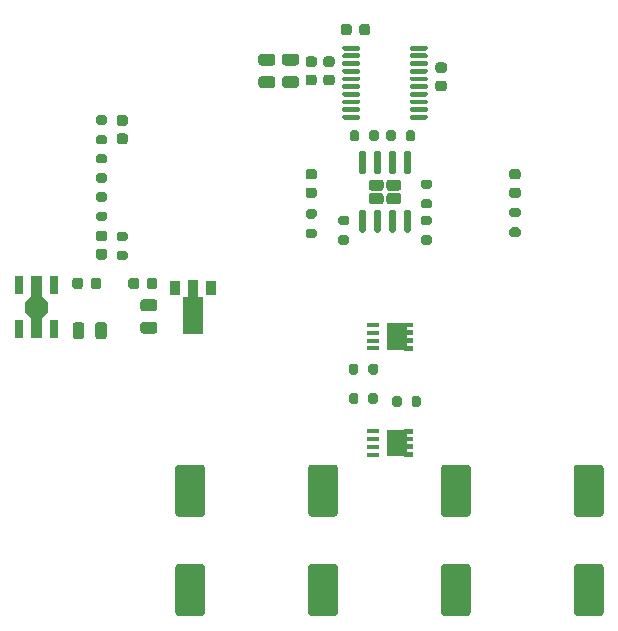
<source format=gbr>
%TF.GenerationSoftware,KiCad,Pcbnew,5.1.10-88a1d61d58~88~ubuntu20.04.1*%
%TF.CreationDate,2021-05-12T04:56:06+02:00*%
%TF.ProjectId,halfVoltageMosfetBoard,68616c66-566f-46c7-9461-67654d6f7366,rev?*%
%TF.SameCoordinates,Original*%
%TF.FileFunction,Paste,Top*%
%TF.FilePolarity,Positive*%
%FSLAX46Y46*%
G04 Gerber Fmt 4.6, Leading zero omitted, Abs format (unit mm)*
G04 Created by KiCad (PCBNEW 5.1.10-88a1d61d58~88~ubuntu20.04.1) date 2021-05-12 04:56:06*
%MOMM*%
%LPD*%
G01*
G04 APERTURE LIST*
%ADD10C,0.100000*%
%ADD11R,0.990000X0.405000*%
%ADD12R,0.900000X1.300000*%
%ADD13R,0.700000X1.500000*%
G04 APERTURE END LIST*
%TO.C,C2*%
G36*
G01*
X140450000Y-112225000D02*
X140450000Y-111275000D01*
G75*
G02*
X140700000Y-111025000I250000J0D01*
G01*
X141200000Y-111025000D01*
G75*
G02*
X141450000Y-111275000I0J-250000D01*
G01*
X141450000Y-112225000D01*
G75*
G02*
X141200000Y-112475000I-250000J0D01*
G01*
X140700000Y-112475000D01*
G75*
G02*
X140450000Y-112225000I0J250000D01*
G01*
G37*
G36*
G01*
X138550000Y-112225000D02*
X138550000Y-111275000D01*
G75*
G02*
X138800000Y-111025000I250000J0D01*
G01*
X139300000Y-111025000D01*
G75*
G02*
X139550000Y-111275000I0J-250000D01*
G01*
X139550000Y-112225000D01*
G75*
G02*
X139300000Y-112475000I-250000J0D01*
G01*
X138800000Y-112475000D01*
G75*
G02*
X138550000Y-112225000I0J250000D01*
G01*
G37*
%TD*%
%TO.C,C3*%
G36*
G01*
X144525000Y-111000000D02*
X145475000Y-111000000D01*
G75*
G02*
X145725000Y-111250000I0J-250000D01*
G01*
X145725000Y-111750000D01*
G75*
G02*
X145475000Y-112000000I-250000J0D01*
G01*
X144525000Y-112000000D01*
G75*
G02*
X144275000Y-111750000I0J250000D01*
G01*
X144275000Y-111250000D01*
G75*
G02*
X144525000Y-111000000I250000J0D01*
G01*
G37*
G36*
G01*
X144525000Y-109100000D02*
X145475000Y-109100000D01*
G75*
G02*
X145725000Y-109350000I0J-250000D01*
G01*
X145725000Y-109850000D01*
G75*
G02*
X145475000Y-110100000I-250000J0D01*
G01*
X144525000Y-110100000D01*
G75*
G02*
X144275000Y-109850000I0J250000D01*
G01*
X144275000Y-109350000D01*
G75*
G02*
X144525000Y-109100000I250000J0D01*
G01*
G37*
%TD*%
%TO.C,C6*%
G36*
G01*
X155475000Y-89300000D02*
X154525000Y-89300000D01*
G75*
G02*
X154275000Y-89050000I0J250000D01*
G01*
X154275000Y-88550000D01*
G75*
G02*
X154525000Y-88300000I250000J0D01*
G01*
X155475000Y-88300000D01*
G75*
G02*
X155725000Y-88550000I0J-250000D01*
G01*
X155725000Y-89050000D01*
G75*
G02*
X155475000Y-89300000I-250000J0D01*
G01*
G37*
G36*
G01*
X155475000Y-91200000D02*
X154525000Y-91200000D01*
G75*
G02*
X154275000Y-90950000I0J250000D01*
G01*
X154275000Y-90450000D01*
G75*
G02*
X154525000Y-90200000I250000J0D01*
G01*
X155475000Y-90200000D01*
G75*
G02*
X155725000Y-90450000I0J-250000D01*
G01*
X155725000Y-90950000D01*
G75*
G02*
X155475000Y-91200000I-250000J0D01*
G01*
G37*
%TD*%
%TO.C,C11*%
G36*
G01*
X157475000Y-89300000D02*
X156525000Y-89300000D01*
G75*
G02*
X156275000Y-89050000I0J250000D01*
G01*
X156275000Y-88550000D01*
G75*
G02*
X156525000Y-88300000I250000J0D01*
G01*
X157475000Y-88300000D01*
G75*
G02*
X157725000Y-88550000I0J-250000D01*
G01*
X157725000Y-89050000D01*
G75*
G02*
X157475000Y-89300000I-250000J0D01*
G01*
G37*
G36*
G01*
X157475000Y-91200000D02*
X156525000Y-91200000D01*
G75*
G02*
X156275000Y-90950000I0J250000D01*
G01*
X156275000Y-90450000D01*
G75*
G02*
X156525000Y-90200000I250000J0D01*
G01*
X157475000Y-90200000D01*
G75*
G02*
X157725000Y-90450000I0J-250000D01*
G01*
X157725000Y-90950000D01*
G75*
G02*
X157475000Y-91200000I-250000J0D01*
G01*
G37*
%TD*%
%TO.C,C15*%
G36*
G01*
X149500000Y-127500000D02*
X147500000Y-127500000D01*
G75*
G02*
X147250000Y-127250000I0J250000D01*
G01*
X147250000Y-123350000D01*
G75*
G02*
X147500000Y-123100000I250000J0D01*
G01*
X149500000Y-123100000D01*
G75*
G02*
X149750000Y-123350000I0J-250000D01*
G01*
X149750000Y-127250000D01*
G75*
G02*
X149500000Y-127500000I-250000J0D01*
G01*
G37*
G36*
G01*
X149500000Y-135900000D02*
X147500000Y-135900000D01*
G75*
G02*
X147250000Y-135650000I0J250000D01*
G01*
X147250000Y-131750000D01*
G75*
G02*
X147500000Y-131500000I250000J0D01*
G01*
X149500000Y-131500000D01*
G75*
G02*
X149750000Y-131750000I0J-250000D01*
G01*
X149750000Y-135650000D01*
G75*
G02*
X149500000Y-135900000I-250000J0D01*
G01*
G37*
%TD*%
%TO.C,C16*%
G36*
G01*
X183250000Y-127500000D02*
X181250000Y-127500000D01*
G75*
G02*
X181000000Y-127250000I0J250000D01*
G01*
X181000000Y-123350000D01*
G75*
G02*
X181250000Y-123100000I250000J0D01*
G01*
X183250000Y-123100000D01*
G75*
G02*
X183500000Y-123350000I0J-250000D01*
G01*
X183500000Y-127250000D01*
G75*
G02*
X183250000Y-127500000I-250000J0D01*
G01*
G37*
G36*
G01*
X183250000Y-135900000D02*
X181250000Y-135900000D01*
G75*
G02*
X181000000Y-135650000I0J250000D01*
G01*
X181000000Y-131750000D01*
G75*
G02*
X181250000Y-131500000I250000J0D01*
G01*
X183250000Y-131500000D01*
G75*
G02*
X183500000Y-131750000I0J-250000D01*
G01*
X183500000Y-135650000D01*
G75*
G02*
X183250000Y-135900000I-250000J0D01*
G01*
G37*
%TD*%
%TO.C,C17*%
G36*
G01*
X172000000Y-127500000D02*
X170000000Y-127500000D01*
G75*
G02*
X169750000Y-127250000I0J250000D01*
G01*
X169750000Y-123350000D01*
G75*
G02*
X170000000Y-123100000I250000J0D01*
G01*
X172000000Y-123100000D01*
G75*
G02*
X172250000Y-123350000I0J-250000D01*
G01*
X172250000Y-127250000D01*
G75*
G02*
X172000000Y-127500000I-250000J0D01*
G01*
G37*
G36*
G01*
X172000000Y-135900000D02*
X170000000Y-135900000D01*
G75*
G02*
X169750000Y-135650000I0J250000D01*
G01*
X169750000Y-131750000D01*
G75*
G02*
X170000000Y-131500000I250000J0D01*
G01*
X172000000Y-131500000D01*
G75*
G02*
X172250000Y-131750000I0J-250000D01*
G01*
X172250000Y-135650000D01*
G75*
G02*
X172000000Y-135900000I-250000J0D01*
G01*
G37*
%TD*%
%TO.C,C18*%
G36*
G01*
X160750000Y-127500000D02*
X158750000Y-127500000D01*
G75*
G02*
X158500000Y-127250000I0J250000D01*
G01*
X158500000Y-123350000D01*
G75*
G02*
X158750000Y-123100000I250000J0D01*
G01*
X160750000Y-123100000D01*
G75*
G02*
X161000000Y-123350000I0J-250000D01*
G01*
X161000000Y-127250000D01*
G75*
G02*
X160750000Y-127500000I-250000J0D01*
G01*
G37*
G36*
G01*
X160750000Y-135900000D02*
X158750000Y-135900000D01*
G75*
G02*
X158500000Y-135650000I0J250000D01*
G01*
X158500000Y-131750000D01*
G75*
G02*
X158750000Y-131500000I250000J0D01*
G01*
X160750000Y-131500000D01*
G75*
G02*
X161000000Y-131750000I0J-250000D01*
G01*
X161000000Y-135650000D01*
G75*
G02*
X160750000Y-135900000I-250000J0D01*
G01*
G37*
%TD*%
%TO.C,D1*%
G36*
G01*
X176256250Y-98937500D02*
X175743750Y-98937500D01*
G75*
G02*
X175525000Y-98718750I0J218750D01*
G01*
X175525000Y-98281250D01*
G75*
G02*
X175743750Y-98062500I218750J0D01*
G01*
X176256250Y-98062500D01*
G75*
G02*
X176475000Y-98281250I0J-218750D01*
G01*
X176475000Y-98718750D01*
G75*
G02*
X176256250Y-98937500I-218750J0D01*
G01*
G37*
G36*
G01*
X176256250Y-100512500D02*
X175743750Y-100512500D01*
G75*
G02*
X175525000Y-100293750I0J218750D01*
G01*
X175525000Y-99856250D01*
G75*
G02*
X175743750Y-99637500I218750J0D01*
G01*
X176256250Y-99637500D01*
G75*
G02*
X176475000Y-99856250I0J-218750D01*
G01*
X176475000Y-100293750D01*
G75*
G02*
X176256250Y-100512500I-218750J0D01*
G01*
G37*
%TD*%
%TO.C,D2*%
G36*
G01*
X159006250Y-98937500D02*
X158493750Y-98937500D01*
G75*
G02*
X158275000Y-98718750I0J218750D01*
G01*
X158275000Y-98281250D01*
G75*
G02*
X158493750Y-98062500I218750J0D01*
G01*
X159006250Y-98062500D01*
G75*
G02*
X159225000Y-98281250I0J-218750D01*
G01*
X159225000Y-98718750D01*
G75*
G02*
X159006250Y-98937500I-218750J0D01*
G01*
G37*
G36*
G01*
X159006250Y-100512500D02*
X158493750Y-100512500D01*
G75*
G02*
X158275000Y-100293750I0J218750D01*
G01*
X158275000Y-99856250D01*
G75*
G02*
X158493750Y-99637500I218750J0D01*
G01*
X159006250Y-99637500D01*
G75*
G02*
X159225000Y-99856250I0J-218750D01*
G01*
X159225000Y-100293750D01*
G75*
G02*
X159006250Y-100512500I-218750J0D01*
G01*
G37*
%TD*%
D10*
%TO.C,Q1*%
G36*
X167372500Y-111462500D02*
G01*
X166862500Y-111462500D01*
X166862500Y-111717500D01*
X167372500Y-111717500D01*
X167372500Y-112122500D01*
X166862500Y-112122500D01*
X166862500Y-112377500D01*
X167372500Y-112377500D01*
X167372500Y-112782500D01*
X166862500Y-112782500D01*
X166862500Y-113037500D01*
X167372500Y-113037500D01*
X167372500Y-113445000D01*
X166612500Y-113445000D01*
X166612500Y-113367500D01*
X165137500Y-113367500D01*
X165137500Y-111132500D01*
X166612500Y-111132500D01*
X166612500Y-111055000D01*
X167372500Y-111055000D01*
X167372500Y-111462500D01*
G37*
D11*
X164007500Y-113240000D03*
X164007500Y-112580000D03*
X164007500Y-111920000D03*
X164007500Y-111260000D03*
%TD*%
D10*
%TO.C,Q2*%
G36*
X167372500Y-120462500D02*
G01*
X166862500Y-120462500D01*
X166862500Y-120717500D01*
X167372500Y-120717500D01*
X167372500Y-121122500D01*
X166862500Y-121122500D01*
X166862500Y-121377500D01*
X167372500Y-121377500D01*
X167372500Y-121782500D01*
X166862500Y-121782500D01*
X166862500Y-122037500D01*
X167372500Y-122037500D01*
X167372500Y-122445000D01*
X166612500Y-122445000D01*
X166612500Y-122367500D01*
X165137500Y-122367500D01*
X165137500Y-120132500D01*
X166612500Y-120132500D01*
X166612500Y-120055000D01*
X167372500Y-120055000D01*
X167372500Y-120462500D01*
G37*
D11*
X164007500Y-122240000D03*
X164007500Y-121580000D03*
X164007500Y-120920000D03*
X164007500Y-120260000D03*
%TD*%
%TO.C,R1*%
G36*
G01*
X140725000Y-101675000D02*
X141275000Y-101675000D01*
G75*
G02*
X141475000Y-101875000I0J-200000D01*
G01*
X141475000Y-102275000D01*
G75*
G02*
X141275000Y-102475000I-200000J0D01*
G01*
X140725000Y-102475000D01*
G75*
G02*
X140525000Y-102275000I0J200000D01*
G01*
X140525000Y-101875000D01*
G75*
G02*
X140725000Y-101675000I200000J0D01*
G01*
G37*
G36*
G01*
X140725000Y-100025000D02*
X141275000Y-100025000D01*
G75*
G02*
X141475000Y-100225000I0J-200000D01*
G01*
X141475000Y-100625000D01*
G75*
G02*
X141275000Y-100825000I-200000J0D01*
G01*
X140725000Y-100825000D01*
G75*
G02*
X140525000Y-100625000I0J200000D01*
G01*
X140525000Y-100225000D01*
G75*
G02*
X140725000Y-100025000I200000J0D01*
G01*
G37*
%TD*%
%TO.C,R2*%
G36*
G01*
X142475000Y-105000000D02*
X143025000Y-105000000D01*
G75*
G02*
X143225000Y-105200000I0J-200000D01*
G01*
X143225000Y-105600000D01*
G75*
G02*
X143025000Y-105800000I-200000J0D01*
G01*
X142475000Y-105800000D01*
G75*
G02*
X142275000Y-105600000I0J200000D01*
G01*
X142275000Y-105200000D01*
G75*
G02*
X142475000Y-105000000I200000J0D01*
G01*
G37*
G36*
G01*
X142475000Y-103350000D02*
X143025000Y-103350000D01*
G75*
G02*
X143225000Y-103550000I0J-200000D01*
G01*
X143225000Y-103950000D01*
G75*
G02*
X143025000Y-104150000I-200000J0D01*
G01*
X142475000Y-104150000D01*
G75*
G02*
X142275000Y-103950000I0J200000D01*
G01*
X142275000Y-103550000D01*
G75*
G02*
X142475000Y-103350000I200000J0D01*
G01*
G37*
%TD*%
%TO.C,R3*%
G36*
G01*
X141275000Y-97575000D02*
X140725000Y-97575000D01*
G75*
G02*
X140525000Y-97375000I0J200000D01*
G01*
X140525000Y-96975000D01*
G75*
G02*
X140725000Y-96775000I200000J0D01*
G01*
X141275000Y-96775000D01*
G75*
G02*
X141475000Y-96975000I0J-200000D01*
G01*
X141475000Y-97375000D01*
G75*
G02*
X141275000Y-97575000I-200000J0D01*
G01*
G37*
G36*
G01*
X141275000Y-99225000D02*
X140725000Y-99225000D01*
G75*
G02*
X140525000Y-99025000I0J200000D01*
G01*
X140525000Y-98625000D01*
G75*
G02*
X140725000Y-98425000I200000J0D01*
G01*
X141275000Y-98425000D01*
G75*
G02*
X141475000Y-98625000I0J-200000D01*
G01*
X141475000Y-99025000D01*
G75*
G02*
X141275000Y-99225000I-200000J0D01*
G01*
G37*
%TD*%
%TO.C,R4*%
G36*
G01*
X141275000Y-94325000D02*
X140725000Y-94325000D01*
G75*
G02*
X140525000Y-94125000I0J200000D01*
G01*
X140525000Y-93725000D01*
G75*
G02*
X140725000Y-93525000I200000J0D01*
G01*
X141275000Y-93525000D01*
G75*
G02*
X141475000Y-93725000I0J-200000D01*
G01*
X141475000Y-94125000D01*
G75*
G02*
X141275000Y-94325000I-200000J0D01*
G01*
G37*
G36*
G01*
X141275000Y-95975000D02*
X140725000Y-95975000D01*
G75*
G02*
X140525000Y-95775000I0J200000D01*
G01*
X140525000Y-95375000D01*
G75*
G02*
X140725000Y-95175000I200000J0D01*
G01*
X141275000Y-95175000D01*
G75*
G02*
X141475000Y-95375000I0J-200000D01*
G01*
X141475000Y-95775000D01*
G75*
G02*
X141275000Y-95975000I-200000J0D01*
G01*
G37*
%TD*%
%TO.C,R5*%
G36*
G01*
X168225000Y-100600000D02*
X168775000Y-100600000D01*
G75*
G02*
X168975000Y-100800000I0J-200000D01*
G01*
X168975000Y-101200000D01*
G75*
G02*
X168775000Y-101400000I-200000J0D01*
G01*
X168225000Y-101400000D01*
G75*
G02*
X168025000Y-101200000I0J200000D01*
G01*
X168025000Y-100800000D01*
G75*
G02*
X168225000Y-100600000I200000J0D01*
G01*
G37*
G36*
G01*
X168225000Y-98950000D02*
X168775000Y-98950000D01*
G75*
G02*
X168975000Y-99150000I0J-200000D01*
G01*
X168975000Y-99550000D01*
G75*
G02*
X168775000Y-99750000I-200000J0D01*
G01*
X168225000Y-99750000D01*
G75*
G02*
X168025000Y-99550000I0J200000D01*
G01*
X168025000Y-99150000D01*
G75*
G02*
X168225000Y-98950000I200000J0D01*
G01*
G37*
%TD*%
%TO.C,R6*%
G36*
G01*
X175725000Y-103000000D02*
X176275000Y-103000000D01*
G75*
G02*
X176475000Y-103200000I0J-200000D01*
G01*
X176475000Y-103600000D01*
G75*
G02*
X176275000Y-103800000I-200000J0D01*
G01*
X175725000Y-103800000D01*
G75*
G02*
X175525000Y-103600000I0J200000D01*
G01*
X175525000Y-103200000D01*
G75*
G02*
X175725000Y-103000000I200000J0D01*
G01*
G37*
G36*
G01*
X175725000Y-101350000D02*
X176275000Y-101350000D01*
G75*
G02*
X176475000Y-101550000I0J-200000D01*
G01*
X176475000Y-101950000D01*
G75*
G02*
X176275000Y-102150000I-200000J0D01*
G01*
X175725000Y-102150000D01*
G75*
G02*
X175525000Y-101950000I0J200000D01*
G01*
X175525000Y-101550000D01*
G75*
G02*
X175725000Y-101350000I200000J0D01*
G01*
G37*
%TD*%
%TO.C,R7*%
G36*
G01*
X158475000Y-103100000D02*
X159025000Y-103100000D01*
G75*
G02*
X159225000Y-103300000I0J-200000D01*
G01*
X159225000Y-103700000D01*
G75*
G02*
X159025000Y-103900000I-200000J0D01*
G01*
X158475000Y-103900000D01*
G75*
G02*
X158275000Y-103700000I0J200000D01*
G01*
X158275000Y-103300000D01*
G75*
G02*
X158475000Y-103100000I200000J0D01*
G01*
G37*
G36*
G01*
X158475000Y-101450000D02*
X159025000Y-101450000D01*
G75*
G02*
X159225000Y-101650000I0J-200000D01*
G01*
X159225000Y-102050000D01*
G75*
G02*
X159025000Y-102250000I-200000J0D01*
G01*
X158475000Y-102250000D01*
G75*
G02*
X158275000Y-102050000I0J200000D01*
G01*
X158275000Y-101650000D01*
G75*
G02*
X158475000Y-101450000I200000J0D01*
G01*
G37*
%TD*%
%TO.C,R8*%
G36*
G01*
X166750000Y-95525000D02*
X166750000Y-94975000D01*
G75*
G02*
X166950000Y-94775000I200000J0D01*
G01*
X167350000Y-94775000D01*
G75*
G02*
X167550000Y-94975000I0J-200000D01*
G01*
X167550000Y-95525000D01*
G75*
G02*
X167350000Y-95725000I-200000J0D01*
G01*
X166950000Y-95725000D01*
G75*
G02*
X166750000Y-95525000I0J200000D01*
G01*
G37*
G36*
G01*
X165100000Y-95525000D02*
X165100000Y-94975000D01*
G75*
G02*
X165300000Y-94775000I200000J0D01*
G01*
X165700000Y-94775000D01*
G75*
G02*
X165900000Y-94975000I0J-200000D01*
G01*
X165900000Y-95525000D01*
G75*
G02*
X165700000Y-95725000I-200000J0D01*
G01*
X165300000Y-95725000D01*
G75*
G02*
X165100000Y-95525000I0J200000D01*
G01*
G37*
%TD*%
%TO.C,R9*%
G36*
G01*
X162825000Y-94975000D02*
X162825000Y-95525000D01*
G75*
G02*
X162625000Y-95725000I-200000J0D01*
G01*
X162225000Y-95725000D01*
G75*
G02*
X162025000Y-95525000I0J200000D01*
G01*
X162025000Y-94975000D01*
G75*
G02*
X162225000Y-94775000I200000J0D01*
G01*
X162625000Y-94775000D01*
G75*
G02*
X162825000Y-94975000I0J-200000D01*
G01*
G37*
G36*
G01*
X164475000Y-94975000D02*
X164475000Y-95525000D01*
G75*
G02*
X164275000Y-95725000I-200000J0D01*
G01*
X163875000Y-95725000D01*
G75*
G02*
X163675000Y-95525000I0J200000D01*
G01*
X163675000Y-94975000D01*
G75*
G02*
X163875000Y-94775000I200000J0D01*
G01*
X164275000Y-94775000D01*
G75*
G02*
X164475000Y-94975000I0J-200000D01*
G01*
G37*
%TD*%
%TO.C,R10*%
G36*
G01*
X162750000Y-114725000D02*
X162750000Y-115275000D01*
G75*
G02*
X162550000Y-115475000I-200000J0D01*
G01*
X162150000Y-115475000D01*
G75*
G02*
X161950000Y-115275000I0J200000D01*
G01*
X161950000Y-114725000D01*
G75*
G02*
X162150000Y-114525000I200000J0D01*
G01*
X162550000Y-114525000D01*
G75*
G02*
X162750000Y-114725000I0J-200000D01*
G01*
G37*
G36*
G01*
X164400000Y-114725000D02*
X164400000Y-115275000D01*
G75*
G02*
X164200000Y-115475000I-200000J0D01*
G01*
X163800000Y-115475000D01*
G75*
G02*
X163600000Y-115275000I0J200000D01*
G01*
X163600000Y-114725000D01*
G75*
G02*
X163800000Y-114525000I200000J0D01*
G01*
X164200000Y-114525000D01*
G75*
G02*
X164400000Y-114725000I0J-200000D01*
G01*
G37*
%TD*%
%TO.C,R11*%
G36*
G01*
X163600000Y-117775000D02*
X163600000Y-117225000D01*
G75*
G02*
X163800000Y-117025000I200000J0D01*
G01*
X164200000Y-117025000D01*
G75*
G02*
X164400000Y-117225000I0J-200000D01*
G01*
X164400000Y-117775000D01*
G75*
G02*
X164200000Y-117975000I-200000J0D01*
G01*
X163800000Y-117975000D01*
G75*
G02*
X163600000Y-117775000I0J200000D01*
G01*
G37*
G36*
G01*
X161950000Y-117775000D02*
X161950000Y-117225000D01*
G75*
G02*
X162150000Y-117025000I200000J0D01*
G01*
X162550000Y-117025000D01*
G75*
G02*
X162750000Y-117225000I0J-200000D01*
G01*
X162750000Y-117775000D01*
G75*
G02*
X162550000Y-117975000I-200000J0D01*
G01*
X162150000Y-117975000D01*
G75*
G02*
X161950000Y-117775000I0J200000D01*
G01*
G37*
%TD*%
%TO.C,R12*%
G36*
G01*
X161225000Y-103675000D02*
X161775000Y-103675000D01*
G75*
G02*
X161975000Y-103875000I0J-200000D01*
G01*
X161975000Y-104275000D01*
G75*
G02*
X161775000Y-104475000I-200000J0D01*
G01*
X161225000Y-104475000D01*
G75*
G02*
X161025000Y-104275000I0J200000D01*
G01*
X161025000Y-103875000D01*
G75*
G02*
X161225000Y-103675000I200000J0D01*
G01*
G37*
G36*
G01*
X161225000Y-102025000D02*
X161775000Y-102025000D01*
G75*
G02*
X161975000Y-102225000I0J-200000D01*
G01*
X161975000Y-102625000D01*
G75*
G02*
X161775000Y-102825000I-200000J0D01*
G01*
X161225000Y-102825000D01*
G75*
G02*
X161025000Y-102625000I0J200000D01*
G01*
X161025000Y-102225000D01*
G75*
G02*
X161225000Y-102025000I200000J0D01*
G01*
G37*
%TD*%
%TO.C,R13*%
G36*
G01*
X168775000Y-102825000D02*
X168225000Y-102825000D01*
G75*
G02*
X168025000Y-102625000I0J200000D01*
G01*
X168025000Y-102225000D01*
G75*
G02*
X168225000Y-102025000I200000J0D01*
G01*
X168775000Y-102025000D01*
G75*
G02*
X168975000Y-102225000I0J-200000D01*
G01*
X168975000Y-102625000D01*
G75*
G02*
X168775000Y-102825000I-200000J0D01*
G01*
G37*
G36*
G01*
X168775000Y-104475000D02*
X168225000Y-104475000D01*
G75*
G02*
X168025000Y-104275000I0J200000D01*
G01*
X168025000Y-103875000D01*
G75*
G02*
X168225000Y-103675000I200000J0D01*
G01*
X168775000Y-103675000D01*
G75*
G02*
X168975000Y-103875000I0J-200000D01*
G01*
X168975000Y-104275000D01*
G75*
G02*
X168775000Y-104475000I-200000J0D01*
G01*
G37*
%TD*%
%TO.C,TH1*%
G36*
G01*
X167250000Y-118025000D02*
X167250000Y-117475000D01*
G75*
G02*
X167450000Y-117275000I200000J0D01*
G01*
X167850000Y-117275000D01*
G75*
G02*
X168050000Y-117475000I0J-200000D01*
G01*
X168050000Y-118025000D01*
G75*
G02*
X167850000Y-118225000I-200000J0D01*
G01*
X167450000Y-118225000D01*
G75*
G02*
X167250000Y-118025000I0J200000D01*
G01*
G37*
G36*
G01*
X165600000Y-118025000D02*
X165600000Y-117475000D01*
G75*
G02*
X165800000Y-117275000I200000J0D01*
G01*
X166200000Y-117275000D01*
G75*
G02*
X166400000Y-117475000I0J-200000D01*
G01*
X166400000Y-118025000D01*
G75*
G02*
X166200000Y-118225000I-200000J0D01*
G01*
X165800000Y-118225000D01*
G75*
G02*
X165600000Y-118025000I0J200000D01*
G01*
G37*
%TD*%
%TO.C,U1*%
G36*
G01*
X167125000Y-87925000D02*
X167125000Y-87725000D01*
G75*
G02*
X167225000Y-87625000I100000J0D01*
G01*
X168500000Y-87625000D01*
G75*
G02*
X168600000Y-87725000I0J-100000D01*
G01*
X168600000Y-87925000D01*
G75*
G02*
X168500000Y-88025000I-100000J0D01*
G01*
X167225000Y-88025000D01*
G75*
G02*
X167125000Y-87925000I0J100000D01*
G01*
G37*
G36*
G01*
X167125000Y-88575000D02*
X167125000Y-88375000D01*
G75*
G02*
X167225000Y-88275000I100000J0D01*
G01*
X168500000Y-88275000D01*
G75*
G02*
X168600000Y-88375000I0J-100000D01*
G01*
X168600000Y-88575000D01*
G75*
G02*
X168500000Y-88675000I-100000J0D01*
G01*
X167225000Y-88675000D01*
G75*
G02*
X167125000Y-88575000I0J100000D01*
G01*
G37*
G36*
G01*
X167125000Y-89225000D02*
X167125000Y-89025000D01*
G75*
G02*
X167225000Y-88925000I100000J0D01*
G01*
X168500000Y-88925000D01*
G75*
G02*
X168600000Y-89025000I0J-100000D01*
G01*
X168600000Y-89225000D01*
G75*
G02*
X168500000Y-89325000I-100000J0D01*
G01*
X167225000Y-89325000D01*
G75*
G02*
X167125000Y-89225000I0J100000D01*
G01*
G37*
G36*
G01*
X167125000Y-89875000D02*
X167125000Y-89675000D01*
G75*
G02*
X167225000Y-89575000I100000J0D01*
G01*
X168500000Y-89575000D01*
G75*
G02*
X168600000Y-89675000I0J-100000D01*
G01*
X168600000Y-89875000D01*
G75*
G02*
X168500000Y-89975000I-100000J0D01*
G01*
X167225000Y-89975000D01*
G75*
G02*
X167125000Y-89875000I0J100000D01*
G01*
G37*
G36*
G01*
X167125000Y-90525000D02*
X167125000Y-90325000D01*
G75*
G02*
X167225000Y-90225000I100000J0D01*
G01*
X168500000Y-90225000D01*
G75*
G02*
X168600000Y-90325000I0J-100000D01*
G01*
X168600000Y-90525000D01*
G75*
G02*
X168500000Y-90625000I-100000J0D01*
G01*
X167225000Y-90625000D01*
G75*
G02*
X167125000Y-90525000I0J100000D01*
G01*
G37*
G36*
G01*
X167125000Y-91175000D02*
X167125000Y-90975000D01*
G75*
G02*
X167225000Y-90875000I100000J0D01*
G01*
X168500000Y-90875000D01*
G75*
G02*
X168600000Y-90975000I0J-100000D01*
G01*
X168600000Y-91175000D01*
G75*
G02*
X168500000Y-91275000I-100000J0D01*
G01*
X167225000Y-91275000D01*
G75*
G02*
X167125000Y-91175000I0J100000D01*
G01*
G37*
G36*
G01*
X167125000Y-91825000D02*
X167125000Y-91625000D01*
G75*
G02*
X167225000Y-91525000I100000J0D01*
G01*
X168500000Y-91525000D01*
G75*
G02*
X168600000Y-91625000I0J-100000D01*
G01*
X168600000Y-91825000D01*
G75*
G02*
X168500000Y-91925000I-100000J0D01*
G01*
X167225000Y-91925000D01*
G75*
G02*
X167125000Y-91825000I0J100000D01*
G01*
G37*
G36*
G01*
X167125000Y-92475000D02*
X167125000Y-92275000D01*
G75*
G02*
X167225000Y-92175000I100000J0D01*
G01*
X168500000Y-92175000D01*
G75*
G02*
X168600000Y-92275000I0J-100000D01*
G01*
X168600000Y-92475000D01*
G75*
G02*
X168500000Y-92575000I-100000J0D01*
G01*
X167225000Y-92575000D01*
G75*
G02*
X167125000Y-92475000I0J100000D01*
G01*
G37*
G36*
G01*
X167125000Y-93125000D02*
X167125000Y-92925000D01*
G75*
G02*
X167225000Y-92825000I100000J0D01*
G01*
X168500000Y-92825000D01*
G75*
G02*
X168600000Y-92925000I0J-100000D01*
G01*
X168600000Y-93125000D01*
G75*
G02*
X168500000Y-93225000I-100000J0D01*
G01*
X167225000Y-93225000D01*
G75*
G02*
X167125000Y-93125000I0J100000D01*
G01*
G37*
G36*
G01*
X167125000Y-93775000D02*
X167125000Y-93575000D01*
G75*
G02*
X167225000Y-93475000I100000J0D01*
G01*
X168500000Y-93475000D01*
G75*
G02*
X168600000Y-93575000I0J-100000D01*
G01*
X168600000Y-93775000D01*
G75*
G02*
X168500000Y-93875000I-100000J0D01*
G01*
X167225000Y-93875000D01*
G75*
G02*
X167125000Y-93775000I0J100000D01*
G01*
G37*
G36*
G01*
X161400000Y-93775000D02*
X161400000Y-93575000D01*
G75*
G02*
X161500000Y-93475000I100000J0D01*
G01*
X162775000Y-93475000D01*
G75*
G02*
X162875000Y-93575000I0J-100000D01*
G01*
X162875000Y-93775000D01*
G75*
G02*
X162775000Y-93875000I-100000J0D01*
G01*
X161500000Y-93875000D01*
G75*
G02*
X161400000Y-93775000I0J100000D01*
G01*
G37*
G36*
G01*
X161400000Y-93125000D02*
X161400000Y-92925000D01*
G75*
G02*
X161500000Y-92825000I100000J0D01*
G01*
X162775000Y-92825000D01*
G75*
G02*
X162875000Y-92925000I0J-100000D01*
G01*
X162875000Y-93125000D01*
G75*
G02*
X162775000Y-93225000I-100000J0D01*
G01*
X161500000Y-93225000D01*
G75*
G02*
X161400000Y-93125000I0J100000D01*
G01*
G37*
G36*
G01*
X161400000Y-92475000D02*
X161400000Y-92275000D01*
G75*
G02*
X161500000Y-92175000I100000J0D01*
G01*
X162775000Y-92175000D01*
G75*
G02*
X162875000Y-92275000I0J-100000D01*
G01*
X162875000Y-92475000D01*
G75*
G02*
X162775000Y-92575000I-100000J0D01*
G01*
X161500000Y-92575000D01*
G75*
G02*
X161400000Y-92475000I0J100000D01*
G01*
G37*
G36*
G01*
X161400000Y-91825000D02*
X161400000Y-91625000D01*
G75*
G02*
X161500000Y-91525000I100000J0D01*
G01*
X162775000Y-91525000D01*
G75*
G02*
X162875000Y-91625000I0J-100000D01*
G01*
X162875000Y-91825000D01*
G75*
G02*
X162775000Y-91925000I-100000J0D01*
G01*
X161500000Y-91925000D01*
G75*
G02*
X161400000Y-91825000I0J100000D01*
G01*
G37*
G36*
G01*
X161400000Y-91175000D02*
X161400000Y-90975000D01*
G75*
G02*
X161500000Y-90875000I100000J0D01*
G01*
X162775000Y-90875000D01*
G75*
G02*
X162875000Y-90975000I0J-100000D01*
G01*
X162875000Y-91175000D01*
G75*
G02*
X162775000Y-91275000I-100000J0D01*
G01*
X161500000Y-91275000D01*
G75*
G02*
X161400000Y-91175000I0J100000D01*
G01*
G37*
G36*
G01*
X161400000Y-90525000D02*
X161400000Y-90325000D01*
G75*
G02*
X161500000Y-90225000I100000J0D01*
G01*
X162775000Y-90225000D01*
G75*
G02*
X162875000Y-90325000I0J-100000D01*
G01*
X162875000Y-90525000D01*
G75*
G02*
X162775000Y-90625000I-100000J0D01*
G01*
X161500000Y-90625000D01*
G75*
G02*
X161400000Y-90525000I0J100000D01*
G01*
G37*
G36*
G01*
X161400000Y-89875000D02*
X161400000Y-89675000D01*
G75*
G02*
X161500000Y-89575000I100000J0D01*
G01*
X162775000Y-89575000D01*
G75*
G02*
X162875000Y-89675000I0J-100000D01*
G01*
X162875000Y-89875000D01*
G75*
G02*
X162775000Y-89975000I-100000J0D01*
G01*
X161500000Y-89975000D01*
G75*
G02*
X161400000Y-89875000I0J100000D01*
G01*
G37*
G36*
G01*
X161400000Y-89225000D02*
X161400000Y-89025000D01*
G75*
G02*
X161500000Y-88925000I100000J0D01*
G01*
X162775000Y-88925000D01*
G75*
G02*
X162875000Y-89025000I0J-100000D01*
G01*
X162875000Y-89225000D01*
G75*
G02*
X162775000Y-89325000I-100000J0D01*
G01*
X161500000Y-89325000D01*
G75*
G02*
X161400000Y-89225000I0J100000D01*
G01*
G37*
G36*
G01*
X161400000Y-88575000D02*
X161400000Y-88375000D01*
G75*
G02*
X161500000Y-88275000I100000J0D01*
G01*
X162775000Y-88275000D01*
G75*
G02*
X162875000Y-88375000I0J-100000D01*
G01*
X162875000Y-88575000D01*
G75*
G02*
X162775000Y-88675000I-100000J0D01*
G01*
X161500000Y-88675000D01*
G75*
G02*
X161400000Y-88575000I0J100000D01*
G01*
G37*
G36*
G01*
X161400000Y-87925000D02*
X161400000Y-87725000D01*
G75*
G02*
X161500000Y-87625000I100000J0D01*
G01*
X162775000Y-87625000D01*
G75*
G02*
X162875000Y-87725000I0J-100000D01*
G01*
X162875000Y-87925000D01*
G75*
G02*
X162775000Y-88025000I-100000J0D01*
G01*
X161500000Y-88025000D01*
G75*
G02*
X161400000Y-87925000I0J100000D01*
G01*
G37*
%TD*%
D10*
%TO.C,U2*%
G36*
X147883500Y-112050000D02*
G01*
X147883500Y-108925000D01*
X148300000Y-108925000D01*
X148300000Y-107450000D01*
X149200000Y-107450000D01*
X149200000Y-108925000D01*
X149616500Y-108925000D01*
X149616500Y-112050000D01*
X147883500Y-112050000D01*
G37*
D12*
X147250000Y-108100000D03*
X150250000Y-108100000D03*
%TD*%
D10*
%TO.C,U3*%
G36*
X136000000Y-110650000D02*
G01*
X136000000Y-112350000D01*
X135000000Y-112350000D01*
X135000000Y-110650000D01*
X134500000Y-110150000D01*
X134500000Y-109350000D01*
X135000000Y-108850000D01*
X135000000Y-107150000D01*
X136000000Y-107150000D01*
X136000000Y-108850000D01*
X136500000Y-109350000D01*
X136500000Y-110150000D01*
X136000000Y-110650000D01*
G37*
D13*
X134000000Y-107900000D03*
X137000000Y-107900000D03*
X134000000Y-111600000D03*
X137000000Y-111600000D03*
%TD*%
%TO.C,U4*%
G36*
G01*
X163865000Y-100090000D02*
X164635000Y-100090000D01*
G75*
G02*
X164875000Y-100330000I0J-240000D01*
G01*
X164875000Y-100810000D01*
G75*
G02*
X164635000Y-101050000I-240000J0D01*
G01*
X163865000Y-101050000D01*
G75*
G02*
X163625000Y-100810000I0J240000D01*
G01*
X163625000Y-100330000D01*
G75*
G02*
X163865000Y-100090000I240000J0D01*
G01*
G37*
G36*
G01*
X165365000Y-100090000D02*
X166135000Y-100090000D01*
G75*
G02*
X166375000Y-100330000I0J-240000D01*
G01*
X166375000Y-100810000D01*
G75*
G02*
X166135000Y-101050000I-240000J0D01*
G01*
X165365000Y-101050000D01*
G75*
G02*
X165125000Y-100810000I0J240000D01*
G01*
X165125000Y-100330000D01*
G75*
G02*
X165365000Y-100090000I240000J0D01*
G01*
G37*
G36*
G01*
X163865000Y-98950000D02*
X164635000Y-98950000D01*
G75*
G02*
X164875000Y-99190000I0J-240000D01*
G01*
X164875000Y-99670000D01*
G75*
G02*
X164635000Y-99910000I-240000J0D01*
G01*
X163865000Y-99910000D01*
G75*
G02*
X163625000Y-99670000I0J240000D01*
G01*
X163625000Y-99190000D01*
G75*
G02*
X163865000Y-98950000I240000J0D01*
G01*
G37*
G36*
G01*
X165365000Y-98950000D02*
X166135000Y-98950000D01*
G75*
G02*
X166375000Y-99190000I0J-240000D01*
G01*
X166375000Y-99670000D01*
G75*
G02*
X166135000Y-99910000I-240000J0D01*
G01*
X165365000Y-99910000D01*
G75*
G02*
X165125000Y-99670000I0J240000D01*
G01*
X165125000Y-99190000D01*
G75*
G02*
X165365000Y-98950000I240000J0D01*
G01*
G37*
G36*
G01*
X166755000Y-101500000D02*
X167055000Y-101500000D01*
G75*
G02*
X167205000Y-101650000I0J-150000D01*
G01*
X167205000Y-103300000D01*
G75*
G02*
X167055000Y-103450000I-150000J0D01*
G01*
X166755000Y-103450000D01*
G75*
G02*
X166605000Y-103300000I0J150000D01*
G01*
X166605000Y-101650000D01*
G75*
G02*
X166755000Y-101500000I150000J0D01*
G01*
G37*
G36*
G01*
X165485000Y-101500000D02*
X165785000Y-101500000D01*
G75*
G02*
X165935000Y-101650000I0J-150000D01*
G01*
X165935000Y-103300000D01*
G75*
G02*
X165785000Y-103450000I-150000J0D01*
G01*
X165485000Y-103450000D01*
G75*
G02*
X165335000Y-103300000I0J150000D01*
G01*
X165335000Y-101650000D01*
G75*
G02*
X165485000Y-101500000I150000J0D01*
G01*
G37*
G36*
G01*
X164215000Y-101500000D02*
X164515000Y-101500000D01*
G75*
G02*
X164665000Y-101650000I0J-150000D01*
G01*
X164665000Y-103300000D01*
G75*
G02*
X164515000Y-103450000I-150000J0D01*
G01*
X164215000Y-103450000D01*
G75*
G02*
X164065000Y-103300000I0J150000D01*
G01*
X164065000Y-101650000D01*
G75*
G02*
X164215000Y-101500000I150000J0D01*
G01*
G37*
G36*
G01*
X162945000Y-101500000D02*
X163245000Y-101500000D01*
G75*
G02*
X163395000Y-101650000I0J-150000D01*
G01*
X163395000Y-103300000D01*
G75*
G02*
X163245000Y-103450000I-150000J0D01*
G01*
X162945000Y-103450000D01*
G75*
G02*
X162795000Y-103300000I0J150000D01*
G01*
X162795000Y-101650000D01*
G75*
G02*
X162945000Y-101500000I150000J0D01*
G01*
G37*
G36*
G01*
X162945000Y-96550000D02*
X163245000Y-96550000D01*
G75*
G02*
X163395000Y-96700000I0J-150000D01*
G01*
X163395000Y-98350000D01*
G75*
G02*
X163245000Y-98500000I-150000J0D01*
G01*
X162945000Y-98500000D01*
G75*
G02*
X162795000Y-98350000I0J150000D01*
G01*
X162795000Y-96700000D01*
G75*
G02*
X162945000Y-96550000I150000J0D01*
G01*
G37*
G36*
G01*
X164215000Y-96550000D02*
X164515000Y-96550000D01*
G75*
G02*
X164665000Y-96700000I0J-150000D01*
G01*
X164665000Y-98350000D01*
G75*
G02*
X164515000Y-98500000I-150000J0D01*
G01*
X164215000Y-98500000D01*
G75*
G02*
X164065000Y-98350000I0J150000D01*
G01*
X164065000Y-96700000D01*
G75*
G02*
X164215000Y-96550000I150000J0D01*
G01*
G37*
G36*
G01*
X165485000Y-96550000D02*
X165785000Y-96550000D01*
G75*
G02*
X165935000Y-96700000I0J-150000D01*
G01*
X165935000Y-98350000D01*
G75*
G02*
X165785000Y-98500000I-150000J0D01*
G01*
X165485000Y-98500000D01*
G75*
G02*
X165335000Y-98350000I0J150000D01*
G01*
X165335000Y-96700000D01*
G75*
G02*
X165485000Y-96550000I150000J0D01*
G01*
G37*
G36*
G01*
X166755000Y-96550000D02*
X167055000Y-96550000D01*
G75*
G02*
X167205000Y-96700000I0J-150000D01*
G01*
X167205000Y-98350000D01*
G75*
G02*
X167055000Y-98500000I-150000J0D01*
G01*
X166755000Y-98500000D01*
G75*
G02*
X166605000Y-98350000I0J150000D01*
G01*
X166605000Y-96700000D01*
G75*
G02*
X166755000Y-96550000I150000J0D01*
G01*
G37*
%TD*%
%TO.C,C1*%
G36*
G01*
X162175000Y-86000000D02*
X162175000Y-86500000D01*
G75*
G02*
X161950000Y-86725000I-225000J0D01*
G01*
X161500000Y-86725000D01*
G75*
G02*
X161275000Y-86500000I0J225000D01*
G01*
X161275000Y-86000000D01*
G75*
G02*
X161500000Y-85775000I225000J0D01*
G01*
X161950000Y-85775000D01*
G75*
G02*
X162175000Y-86000000I0J-225000D01*
G01*
G37*
G36*
G01*
X163725000Y-86000000D02*
X163725000Y-86500000D01*
G75*
G02*
X163500000Y-86725000I-225000J0D01*
G01*
X163050000Y-86725000D01*
G75*
G02*
X162825000Y-86500000I0J225000D01*
G01*
X162825000Y-86000000D01*
G75*
G02*
X163050000Y-85775000I225000J0D01*
G01*
X163500000Y-85775000D01*
G75*
G02*
X163725000Y-86000000I0J-225000D01*
G01*
G37*
%TD*%
%TO.C,C4*%
G36*
G01*
X140750000Y-104825000D02*
X141250000Y-104825000D01*
G75*
G02*
X141475000Y-105050000I0J-225000D01*
G01*
X141475000Y-105500000D01*
G75*
G02*
X141250000Y-105725000I-225000J0D01*
G01*
X140750000Y-105725000D01*
G75*
G02*
X140525000Y-105500000I0J225000D01*
G01*
X140525000Y-105050000D01*
G75*
G02*
X140750000Y-104825000I225000J0D01*
G01*
G37*
G36*
G01*
X140750000Y-103275000D02*
X141250000Y-103275000D01*
G75*
G02*
X141475000Y-103500000I0J-225000D01*
G01*
X141475000Y-103950000D01*
G75*
G02*
X141250000Y-104175000I-225000J0D01*
G01*
X140750000Y-104175000D01*
G75*
G02*
X140525000Y-103950000I0J225000D01*
G01*
X140525000Y-103500000D01*
G75*
G02*
X140750000Y-103275000I225000J0D01*
G01*
G37*
%TD*%
%TO.C,C5*%
G36*
G01*
X143000000Y-94400000D02*
X142500000Y-94400000D01*
G75*
G02*
X142275000Y-94175000I0J225000D01*
G01*
X142275000Y-93725000D01*
G75*
G02*
X142500000Y-93500000I225000J0D01*
G01*
X143000000Y-93500000D01*
G75*
G02*
X143225000Y-93725000I0J-225000D01*
G01*
X143225000Y-94175000D01*
G75*
G02*
X143000000Y-94400000I-225000J0D01*
G01*
G37*
G36*
G01*
X143000000Y-95950000D02*
X142500000Y-95950000D01*
G75*
G02*
X142275000Y-95725000I0J225000D01*
G01*
X142275000Y-95275000D01*
G75*
G02*
X142500000Y-95050000I225000J0D01*
G01*
X143000000Y-95050000D01*
G75*
G02*
X143225000Y-95275000I0J-225000D01*
G01*
X143225000Y-95725000D01*
G75*
G02*
X143000000Y-95950000I-225000J0D01*
G01*
G37*
%TD*%
%TO.C,C7*%
G36*
G01*
X140075000Y-108000000D02*
X140075000Y-107500000D01*
G75*
G02*
X140300000Y-107275000I225000J0D01*
G01*
X140750000Y-107275000D01*
G75*
G02*
X140975000Y-107500000I0J-225000D01*
G01*
X140975000Y-108000000D01*
G75*
G02*
X140750000Y-108225000I-225000J0D01*
G01*
X140300000Y-108225000D01*
G75*
G02*
X140075000Y-108000000I0J225000D01*
G01*
G37*
G36*
G01*
X138525000Y-108000000D02*
X138525000Y-107500000D01*
G75*
G02*
X138750000Y-107275000I225000J0D01*
G01*
X139200000Y-107275000D01*
G75*
G02*
X139425000Y-107500000I0J-225000D01*
G01*
X139425000Y-108000000D01*
G75*
G02*
X139200000Y-108225000I-225000J0D01*
G01*
X138750000Y-108225000D01*
G75*
G02*
X138525000Y-108000000I0J225000D01*
G01*
G37*
%TD*%
%TO.C,C8*%
G36*
G01*
X144175000Y-107500000D02*
X144175000Y-108000000D01*
G75*
G02*
X143950000Y-108225000I-225000J0D01*
G01*
X143500000Y-108225000D01*
G75*
G02*
X143275000Y-108000000I0J225000D01*
G01*
X143275000Y-107500000D01*
G75*
G02*
X143500000Y-107275000I225000J0D01*
G01*
X143950000Y-107275000D01*
G75*
G02*
X144175000Y-107500000I0J-225000D01*
G01*
G37*
G36*
G01*
X145725000Y-107500000D02*
X145725000Y-108000000D01*
G75*
G02*
X145500000Y-108225000I-225000J0D01*
G01*
X145050000Y-108225000D01*
G75*
G02*
X144825000Y-108000000I0J225000D01*
G01*
X144825000Y-107500000D01*
G75*
G02*
X145050000Y-107275000I225000J0D01*
G01*
X145500000Y-107275000D01*
G75*
G02*
X145725000Y-107500000I0J-225000D01*
G01*
G37*
%TD*%
%TO.C,C9*%
G36*
G01*
X159000000Y-89425000D02*
X158500000Y-89425000D01*
G75*
G02*
X158275000Y-89200000I0J225000D01*
G01*
X158275000Y-88750000D01*
G75*
G02*
X158500000Y-88525000I225000J0D01*
G01*
X159000000Y-88525000D01*
G75*
G02*
X159225000Y-88750000I0J-225000D01*
G01*
X159225000Y-89200000D01*
G75*
G02*
X159000000Y-89425000I-225000J0D01*
G01*
G37*
G36*
G01*
X159000000Y-90975000D02*
X158500000Y-90975000D01*
G75*
G02*
X158275000Y-90750000I0J225000D01*
G01*
X158275000Y-90300000D01*
G75*
G02*
X158500000Y-90075000I225000J0D01*
G01*
X159000000Y-90075000D01*
G75*
G02*
X159225000Y-90300000I0J-225000D01*
G01*
X159225000Y-90750000D01*
G75*
G02*
X159000000Y-90975000I-225000J0D01*
G01*
G37*
%TD*%
%TO.C,C10*%
G36*
G01*
X160500000Y-89425000D02*
X160000000Y-89425000D01*
G75*
G02*
X159775000Y-89200000I0J225000D01*
G01*
X159775000Y-88750000D01*
G75*
G02*
X160000000Y-88525000I225000J0D01*
G01*
X160500000Y-88525000D01*
G75*
G02*
X160725000Y-88750000I0J-225000D01*
G01*
X160725000Y-89200000D01*
G75*
G02*
X160500000Y-89425000I-225000J0D01*
G01*
G37*
G36*
G01*
X160500000Y-90975000D02*
X160000000Y-90975000D01*
G75*
G02*
X159775000Y-90750000I0J225000D01*
G01*
X159775000Y-90300000D01*
G75*
G02*
X160000000Y-90075000I225000J0D01*
G01*
X160500000Y-90075000D01*
G75*
G02*
X160725000Y-90300000I0J-225000D01*
G01*
X160725000Y-90750000D01*
G75*
G02*
X160500000Y-90975000I-225000J0D01*
G01*
G37*
%TD*%
%TO.C,C12*%
G36*
G01*
X169500000Y-90575000D02*
X170000000Y-90575000D01*
G75*
G02*
X170225000Y-90800000I0J-225000D01*
G01*
X170225000Y-91250000D01*
G75*
G02*
X170000000Y-91475000I-225000J0D01*
G01*
X169500000Y-91475000D01*
G75*
G02*
X169275000Y-91250000I0J225000D01*
G01*
X169275000Y-90800000D01*
G75*
G02*
X169500000Y-90575000I225000J0D01*
G01*
G37*
G36*
G01*
X169500000Y-89025000D02*
X170000000Y-89025000D01*
G75*
G02*
X170225000Y-89250000I0J-225000D01*
G01*
X170225000Y-89700000D01*
G75*
G02*
X170000000Y-89925000I-225000J0D01*
G01*
X169500000Y-89925000D01*
G75*
G02*
X169275000Y-89700000I0J225000D01*
G01*
X169275000Y-89250000D01*
G75*
G02*
X169500000Y-89025000I225000J0D01*
G01*
G37*
%TD*%
M02*

</source>
